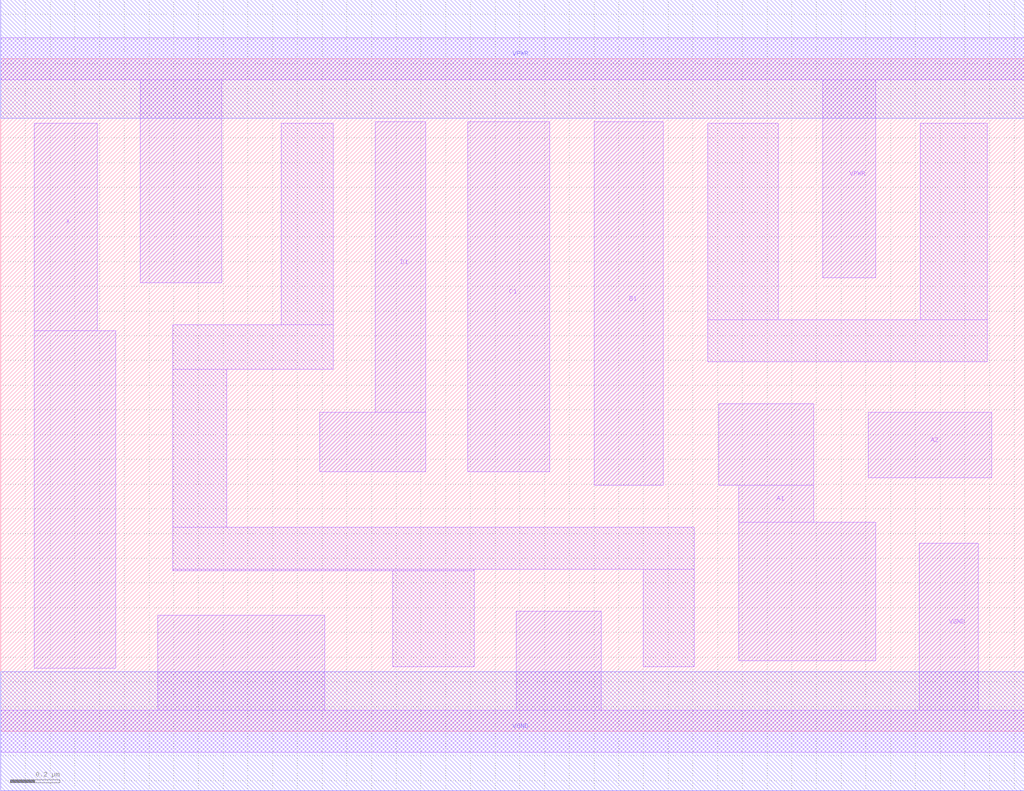
<source format=lef>
# Copyright 2020 The SkyWater PDK Authors
#
# Licensed under the Apache License, Version 2.0 (the "License");
# you may not use this file except in compliance with the License.
# You may obtain a copy of the License at
#
#     https://www.apache.org/licenses/LICENSE-2.0
#
# Unless required by applicable law or agreed to in writing, software
# distributed under the License is distributed on an "AS IS" BASIS,
# WITHOUT WARRANTIES OR CONDITIONS OF ANY KIND, either express or implied.
# See the License for the specific language governing permissions and
# limitations under the License.
#
# SPDX-License-Identifier: Apache-2.0

VERSION 5.5 ;
NAMESCASESENSITIVE ON ;
BUSBITCHARS "[]" ;
DIVIDERCHAR "/" ;
MACRO sky130_fd_sc_hd__a2111o_1
  CLASS CORE ;
  SOURCE USER ;
  ORIGIN  0.000000  0.000000 ;
  SIZE  4.140000 BY  2.720000 ;
  SYMMETRY X Y R90 ;
  SITE unithd ;
  PIN A1
    ANTENNAGATEAREA  0.247500 ;
    DIRECTION INPUT ;
    USE SIGNAL ;
    PORT
      LAYER li1 ;
        RECT 2.905000 0.995000 3.290000 1.325000 ;
        RECT 2.985000 0.285000 3.540000 0.845000 ;
        RECT 2.985000 0.845000 3.290000 0.995000 ;
    END
  END A1
  PIN A2
    ANTENNAGATEAREA  0.247500 ;
    DIRECTION INPUT ;
    USE SIGNAL ;
    PORT
      LAYER li1 ;
        RECT 3.510000 1.025000 4.010000 1.290000 ;
    END
  END A2
  PIN B1
    ANTENNAGATEAREA  0.247500 ;
    DIRECTION INPUT ;
    USE SIGNAL ;
    PORT
      LAYER li1 ;
        RECT 2.400000 0.995000 2.680000 2.465000 ;
    END
  END B1
  PIN C1
    ANTENNAGATEAREA  0.247500 ;
    DIRECTION INPUT ;
    USE SIGNAL ;
    PORT
      LAYER li1 ;
        RECT 1.890000 1.050000 2.220000 2.465000 ;
    END
  END C1
  PIN D1
    ANTENNAGATEAREA  0.247500 ;
    DIRECTION INPUT ;
    USE SIGNAL ;
    PORT
      LAYER li1 ;
        RECT 1.290000 1.050000 1.720000 1.290000 ;
        RECT 1.515000 1.290000 1.720000 2.465000 ;
    END
  END D1
  PIN X
    ANTENNADIFFAREA  0.504500 ;
    DIRECTION OUTPUT ;
    USE SIGNAL ;
    PORT
      LAYER li1 ;
        RECT 0.135000 0.255000 0.465000 1.620000 ;
        RECT 0.135000 1.620000 0.390000 2.460000 ;
    END
  END X
  PIN VGND
    DIRECTION INOUT ;
    SHAPE ABUTMENT ;
    USE GROUND ;
    PORT
      LAYER li1 ;
        RECT 0.000000 -0.085000 4.140000 0.085000 ;
        RECT 0.635000  0.085000 1.310000 0.470000 ;
        RECT 2.085000  0.085000 2.430000 0.485000 ;
        RECT 3.715000  0.085000 3.955000 0.760000 ;
    END
    PORT
      LAYER met1 ;
        RECT 0.000000 -0.240000 4.140000 0.240000 ;
    END
  END VGND
  PIN VPWR
    DIRECTION INOUT ;
    SHAPE ABUTMENT ;
    USE POWER ;
    PORT
      LAYER li1 ;
        RECT 0.000000 2.635000 4.140000 2.805000 ;
        RECT 0.565000 1.815000 0.895000 2.635000 ;
        RECT 3.325000 1.835000 3.540000 2.635000 ;
    END
    PORT
      LAYER met1 ;
        RECT 0.000000 2.480000 4.140000 2.960000 ;
    END
  END VPWR
  OBS
    LAYER li1 ;
      RECT 0.695000 0.650000 1.915000 0.655000 ;
      RECT 0.695000 0.655000 2.805000 0.825000 ;
      RECT 0.695000 0.825000 0.915000 1.465000 ;
      RECT 0.695000 1.465000 1.345000 1.645000 ;
      RECT 1.135000 1.645000 1.345000 2.460000 ;
      RECT 1.585000 0.260000 1.915000 0.650000 ;
      RECT 2.600000 0.260000 2.805000 0.655000 ;
      RECT 2.860000 1.495000 3.990000 1.665000 ;
      RECT 2.860000 1.665000 3.145000 2.460000 ;
      RECT 3.720000 1.665000 3.990000 2.460000 ;
  END
END sky130_fd_sc_hd__a2111o_1
END LIBRARY

</source>
